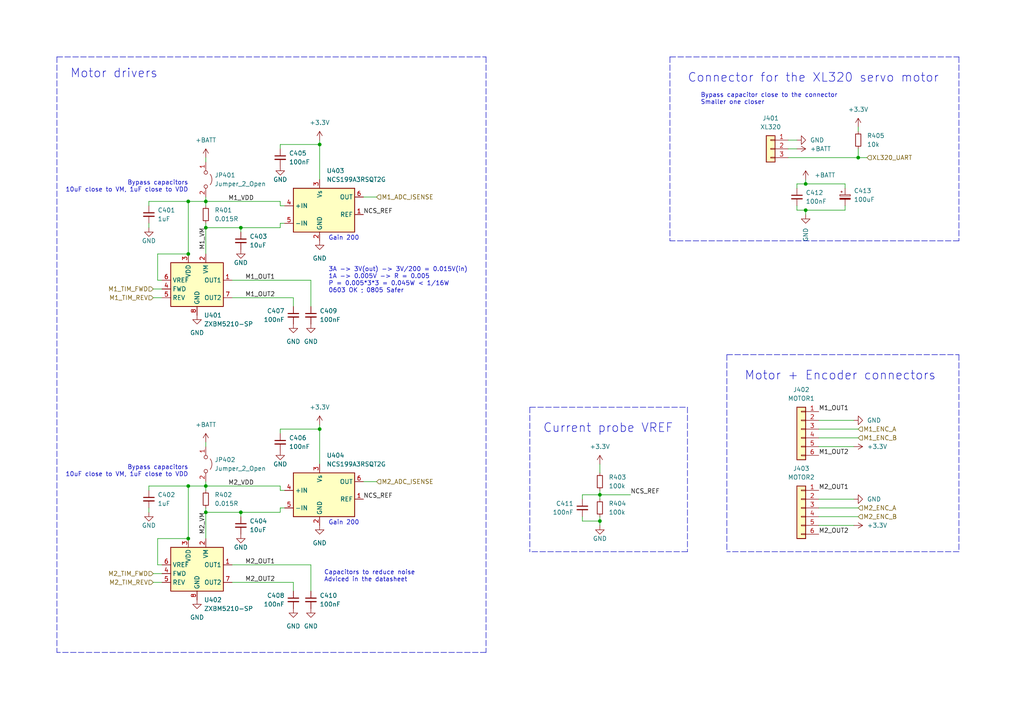
<source format=kicad_sch>
(kicad_sch (version 20211123) (generator eeschema)
  (paper "A4")
  (lib_symbols
    (symbol "Amplifier_Current:NCS210"
      (property "Reference" "U" (at -7.62 8.89 0))
      (property "Value" "NCS210" (at 2.54 8.89 0))
      (symbol "NCS210_0_1"
        (rectangle (start -7.62 7.62) (end 10.16 -5.08) (stroke (width 0.254)) (fill (type background)))
      )
      (symbol "NCS210_1_1"
        (pin input line (at 12.7 0 180) (length 2.54) (name "REF") (number "1"))
        (pin power_in line (at 0 -7.62 90) (length 2.54) (name "GND") (number "2"))
        (pin power_in line (at 0 10.16 270) (length 2.54) (name "Vs") (number "3"))
        (pin input line (at -10.16 2.54 0) (length 2.54) (name "+IN") (number "4"))
        (pin input line (at -10.16 -2.54 0) (length 2.54) (name "-IN") (number "5"))
        (pin output line (at 12.7 5.08 180) (length 2.54) (name "OUT") (number "6"))
      )
    )
    (symbol "Connector_Generic:Conn_01x03" (pin_names (offset 1.016) hide)
      (property "Reference" "J" (at 0 5.08 0))
      (property "Value" "Conn_01x03" (at 0 -5.08 0))
      (symbol "Conn_01x03_1_1"
        (rectangle (start -1.27 -2.413) (end 0 -2.667) (stroke (width 0.1524)))
        (rectangle (start -1.27 0.127) (end 0 -0.127) (stroke (width 0.1524)))
        (rectangle (start -1.27 2.667) (end 0 2.413) (stroke (width 0.1524)))
        (rectangle (start -1.27 3.81) (end 1.27 -3.81) (stroke (width 0.254)) (fill (type background)))
        (pin passive line (at -5.08 2.54 0) (length 3.81) (name "Pin_1") (number "1"))
        (pin passive line (at -5.08 0 0) (length 3.81) (name "Pin_2") (number "2"))
        (pin passive line (at -5.08 -2.54 0) (length 3.81) (name "Pin_3") (number "3"))
      )
    )
    (symbol "Connector_Generic:Conn_01x06" (pin_names (offset 1.016) hide)
      (property "Reference" "J" (at 0 7.62 0))
      (property "Value" "Conn_01x06" (at 0 -10.16 0))
      (symbol "Conn_01x06_1_1"
        (rectangle (start -1.27 -7.493) (end 0 -7.747) (stroke (width 0.1524)))
        (rectangle (start -1.27 -4.953) (end 0 -5.207) (stroke (width 0.1524)))
        (rectangle (start -1.27 -2.413) (end 0 -2.667) (stroke (width 0.1524)))
        (rectangle (start -1.27 0.127) (end 0 -0.127) (stroke (width 0.1524)))
        (rectangle (start -1.27 2.667) (end 0 2.413) (stroke (width 0.1524)))
        (rectangle (start -1.27 5.207) (end 0 4.953) (stroke (width 0.1524)))
        (rectangle (start -1.27 6.35) (end 1.27 -8.89) (stroke (width 0.254)) (fill (type background)))
        (pin passive line (at -5.08 5.08 0) (length 3.81) (name "Pin_1") (number "1"))
        (pin passive line (at -5.08 2.54 0) (length 3.81) (name "Pin_2") (number "2"))
        (pin passive line (at -5.08 0 0) (length 3.81) (name "Pin_3") (number "3"))
        (pin passive line (at -5.08 -2.54 0) (length 3.81) (name "Pin_4") (number "4"))
        (pin passive line (at -5.08 -5.08 0) (length 3.81) (name "Pin_5") (number "5"))
        (pin passive line (at -5.08 -7.62 0) (length 3.81) (name "Pin_6") (number "6"))
      )
    )
    (symbol "Device:C_Polarized_Small" (pin_numbers hide) (pin_names (offset 0.254) hide)
      (property "Reference" "C" (at 0.254 1.778 0))
      (property "Value" "C_Polarized_Small" (at 0.254 -2.032 0))
      (symbol "C_Polarized_Small_0_1"
        (rectangle (start -1.524 -0.3048) (end 1.524 -0.6858) (fill (type outline)))
        (rectangle (start -1.524 0.6858) (end 1.524 0.3048))
        (polyline (pts (xy -1.27 1.524) (xy -0.762 1.524)))
        (polyline (pts (xy -1.016 1.27) (xy -1.016 1.778)))
      )
      (symbol "C_Polarized_Small_1_1"
        (pin passive line (at 0 2.54 270) (length 1.8542) (name "~") (number "1"))
        (pin passive line (at 0 -2.54 90) (length 1.8542) (name "~") (number "2"))
      )
    )
    (symbol "Device:C_Small" (pin_numbers hide) (pin_names (offset 0.254) hide)
      (property "Reference" "C" (at 0.254 1.778 0))
      (property "Value" "C_Small" (at 0.254 -2.032 0))
      (symbol "C_Small_0_1"
        (polyline (pts (xy -1.524 -0.508) (xy 1.524 -0.508)) (stroke (width 0.3302)))
        (polyline (pts (xy -1.524 0.508) (xy 1.524 0.508)) (stroke (width 0.3048)))
      )
      (symbol "C_Small_1_1"
        (pin passive line (at 0 2.54 270) (length 2.032) (name "~") (number "1"))
        (pin passive line (at 0 -2.54 90) (length 2.032) (name "~") (number "2"))
      )
    )
    (symbol "Device:R_Small" (pin_numbers hide) (pin_names (offset 0.254) hide)
      (property "Reference" "R" (at 0.762 0.508 0))
      (property "Value" "R_Small" (at 0.762 -1.016 0))
      (symbol "R_Small_0_1"
        (rectangle (start -0.762 1.778) (end 0.762 -1.778) (stroke (width 0.2032)))
      )
      (symbol "R_Small_1_1"
        (pin passive line (at 0 2.54 270) (length 0.762) (name "~") (number "1"))
        (pin passive line (at 0 -2.54 90) (length 0.762) (name "~") (number "2"))
      )
    )
    (symbol "Driver_Motor:ZXBM5210-SP"
      (property "Reference" "U" (at -7.62 8.89 0))
      (property "Value" "ZXBM5210-SP" (at 10.16 8.89 0))
      (symbol "ZXBM5210-SP_0_0"
        (pin output line (at 10.16 2.54 180) (length 2.54) (name "OUT1") (number "1"))
        (pin power_in line (at 2.54 10.16 270) (length 2.54) (name "VM") (number "2"))
        (pin power_in line (at -2.54 10.16 270) (length 2.54) (name "VDD") (number "3"))
        (pin input line (at -10.16 0 0) (length 2.54) (name "FWD") (number "4"))
        (pin input line (at -10.16 -2.54 0) (length 2.54) (name "REV") (number "5"))
        (pin input line (at -10.16 2.54 0) (length 2.54) (name "VREF") (number "6"))
        (pin output line (at 10.16 -2.54 180) (length 2.54) (name "OUT2") (number "7"))
        (pin power_in line (at 0 -7.62 90) (length 2.54) (name "GND") (number "8"))
        (pin passive line (at 0 -7.62 90) (length 2.54) hide (name "GND") (number "9"))
      )
      (symbol "ZXBM5210-SP_0_1"
        (rectangle (start -7.62 7.62) (end 7.62 -5.08) (stroke (width 0.254)) (fill (type background)))
      )
    )
    (symbol "Jumper:Jumper_2_Open" (pin_names (offset 0) hide)
      (property "Reference" "JP" (at 0 2.794 0))
      (property "Value" "Jumper_2_Open" (at 0 -2.286 0))
      (symbol "Jumper_2_Open_0_0"
        (circle (center -2.032 0) (radius 0.508))
        (circle (center 2.032 0) (radius 0.508))
      )
      (symbol "Jumper_2_Open_0_1"
        (arc (start 1.524 1.27) (mid 0 1.778) (end -1.524 1.27))
      )
      (symbol "Jumper_2_Open_1_1"
        (pin passive line (at -5.08 0 0) (length 2.54) (name "A") (number "1"))
        (pin passive line (at 5.08 0 180) (length 2.54) (name "B") (number "2"))
      )
    )
    (symbol "power:+3.3V" (power) (pin_names (offset 0))
      (property "Value" "+3.3V" (at 0 3.556 0))
      (symbol "+3.3V_0_1"
        (polyline (pts (xy -0.762 1.27) (xy 0 2.54)))
        (polyline (pts (xy 0 0) (xy 0 2.54)))
        (polyline (pts (xy 0 2.54) (xy 0.762 1.27)))
      )
      (symbol "+3.3V_1_1"
        (pin power_in line (at 0 0 90) (length 0) hide (name "+3.3V") (number "1"))
      )
    )
    (symbol "power:+BATT" (power) (pin_names (offset 0))
      (property "Value" "+BATT" (at 0 3.556 0))
      (symbol "+BATT_0_1"
        (polyline (pts (xy -0.762 1.27) (xy 0 2.54)))
        (polyline (pts (xy 0 0) (xy 0 2.54)))
        (polyline (pts (xy 0 2.54) (xy 0.762 1.27)))
      )
      (symbol "+BATT_1_1"
        (pin power_in line (at 0 0 90) (length 0) hide (name "+BATT") (number "1"))
      )
    )
    (symbol "power:GND" (power) (pin_names (offset 0))
      (property "Value" "GND" (at 0 -3.81 0))
      (symbol "GND_0_1"
        (polyline (pts (xy 0 0) (xy 0 -1.27) (xy 1.27 -1.27) (xy 0 -2.54) (xy -1.27 -1.27) (xy 0 -1.27)))
      )
      (symbol "GND_1_1"
        (pin power_in line (at 0 0 270) (length 0) hide (name "GND") (number "1"))
      )
    )
  )
  (junction (at 59.69 66.04))
  (junction (at 173.99 151.13))
  (junction (at 54.61 58.42))
  (junction (at 248.92 45.72))
  (junction (at 69.85 66.04))
  (junction (at 59.69 140.97))
  (junction (at 54.61 73.66))
  (junction (at 54.61 156.21))
  (junction (at 59.69 148.59))
  (junction (at 173.99 143.51))
  (junction (at 233.68 60.96))
  (junction (at 92.71 41.91))
  (junction (at 233.68 53.34))
  (junction (at 92.71 124.46))
  (junction (at 69.85 148.59))
  (junction (at 59.69 58.42))
  (junction (at 54.61 140.97))
  (wire (pts (xy 45.72 163.83) (xy 46.99 163.83)))
  (wire (pts (xy 85.09 88.9) (xy 85.09 86.36)))
  (wire (pts (xy 59.69 148.59) (xy 69.85 148.59)))
  (wire (pts (xy 59.69 58.42) (xy 59.69 59.69)))
  (polyline (pts (xy 16.51 16.51) (xy 16.51 189.23)))
  (wire (pts (xy 54.61 73.66) (xy 45.72 73.66)))
  (wire (pts (xy 237.49 127) (xy 248.92 127)))
  (wire (pts (xy 90.17 88.9) (xy 90.17 81.28)))
  (wire (pts (xy 173.99 142.24) (xy 173.99 143.51)))
  (wire (pts (xy 231.14 60.96) (xy 233.68 60.96)))
  (wire (pts (xy 81.28 43.18) (xy 81.28 41.91)))
  (polyline (pts (xy 140.97 189.23) (xy 16.51 189.23)))
  (wire (pts (xy 59.69 66.04) (xy 59.69 73.66)))
  (wire (pts (xy 59.69 66.04) (xy 69.85 66.04)))
  (wire (pts (xy 231.14 53.34) (xy 233.68 53.34)))
  (wire (pts (xy 69.85 148.59) (xy 81.28 148.59)))
  (wire (pts (xy 81.28 124.46) (xy 92.71 124.46)))
  (wire (pts (xy 44.45 86.36) (xy 46.99 86.36)))
  (wire (pts (xy 228.6 45.72) (xy 248.92 45.72)))
  (polyline (pts (xy 278.13 102.87) (xy 278.13 160.02)))
  (wire (pts (xy 81.28 64.77) (xy 82.55 64.77)))
  (wire (pts (xy 168.91 143.51) (xy 173.99 143.51)))
  (wire (pts (xy 231.14 59.69) (xy 231.14 60.96)))
  (wire (pts (xy 233.68 52.07) (xy 233.68 53.34)))
  (wire (pts (xy 173.99 149.86) (xy 173.99 151.13)))
  (wire (pts (xy 67.31 168.91) (xy 85.09 168.91)))
  (wire (pts (xy 248.92 43.18) (xy 248.92 45.72)))
  (wire (pts (xy 81.28 66.04) (xy 81.28 64.77)))
  (wire (pts (xy 81.28 140.97) (xy 59.69 140.97)))
  (wire (pts (xy 173.99 151.13) (xy 173.99 152.4)))
  (wire (pts (xy 59.69 140.97) (xy 59.69 142.24)))
  (wire (pts (xy 90.17 171.45) (xy 90.17 163.83)))
  (wire (pts (xy 43.18 64.77) (xy 43.18 66.04)))
  (wire (pts (xy 59.69 147.32) (xy 59.69 148.59)))
  (wire (pts (xy 43.18 58.42) (xy 54.61 58.42)))
  (wire (pts (xy 173.99 151.13) (xy 168.91 151.13)))
  (wire (pts (xy 92.71 40.64) (xy 92.71 41.91)))
  (polyline (pts (xy 199.39 160.02) (xy 153.67 160.02)))
  (wire (pts (xy 43.18 142.24) (xy 43.18 140.97)))
  (wire (pts (xy 81.28 41.91) (xy 92.71 41.91)))
  (wire (pts (xy 92.71 123.19) (xy 92.71 124.46)))
  (polyline (pts (xy 16.51 16.51) (xy 140.97 16.51)))
  (wire (pts (xy 173.99 143.51) (xy 173.99 144.78)))
  (wire (pts (xy 228.6 40.64) (xy 231.14 40.64)))
  (wire (pts (xy 43.18 147.32) (xy 43.18 148.59)))
  (wire (pts (xy 168.91 151.13) (xy 168.91 149.86)))
  (wire (pts (xy 59.69 139.7) (xy 59.69 140.97)))
  (wire (pts (xy 44.45 83.82) (xy 46.99 83.82)))
  (wire (pts (xy 59.69 128.27) (xy 59.69 129.54)))
  (polyline (pts (xy 278.13 69.85) (xy 194.31 69.85)))
  (wire (pts (xy 45.72 81.28) (xy 46.99 81.28)))
  (wire (pts (xy 105.41 57.15) (xy 109.22 57.15)))
  (wire (pts (xy 173.99 134.62) (xy 173.99 137.16)))
  (wire (pts (xy 92.71 41.91) (xy 92.71 52.07)))
  (wire (pts (xy 81.28 142.24) (xy 81.28 140.97)))
  (polyline (pts (xy 153.67 118.11) (xy 199.39 118.11)))
  (wire (pts (xy 237.49 147.32) (xy 248.92 147.32)))
  (wire (pts (xy 81.28 58.42) (xy 59.69 58.42)))
  (wire (pts (xy 233.68 53.34) (xy 245.11 53.34)))
  (wire (pts (xy 85.09 171.45) (xy 85.09 168.91)))
  (wire (pts (xy 59.69 140.97) (xy 54.61 140.97)))
  (wire (pts (xy 237.49 149.86) (xy 248.92 149.86)))
  (wire (pts (xy 228.6 43.18) (xy 231.14 43.18)))
  (wire (pts (xy 237.49 124.46) (xy 248.92 124.46)))
  (polyline (pts (xy 199.39 118.11) (xy 199.39 160.02)))
  (wire (pts (xy 81.28 148.59) (xy 81.28 147.32)))
  (polyline (pts (xy 140.97 16.51) (xy 140.97 189.23)))
  (wire (pts (xy 59.69 58.42) (xy 54.61 58.42)))
  (wire (pts (xy 245.11 60.96) (xy 245.11 59.69)))
  (wire (pts (xy 43.18 140.97) (xy 54.61 140.97)))
  (wire (pts (xy 92.71 124.46) (xy 92.71 134.62)))
  (wire (pts (xy 245.11 53.34) (xy 245.11 54.61)))
  (wire (pts (xy 67.31 163.83) (xy 90.17 163.83)))
  (wire (pts (xy 237.49 152.4) (xy 247.65 152.4)))
  (polyline (pts (xy 194.31 16.51) (xy 278.13 16.51)))
  (polyline (pts (xy 210.82 102.87) (xy 278.13 102.87)))
  (wire (pts (xy 59.69 148.59) (xy 59.69 156.21)))
  (wire (pts (xy 69.85 66.04) (xy 69.85 67.31)))
  (polyline (pts (xy 278.13 160.02) (xy 210.82 160.02)))
  (wire (pts (xy 233.68 60.96) (xy 233.68 62.23)))
  (wire (pts (xy 81.28 59.69) (xy 81.28 58.42)))
  (wire (pts (xy 248.92 36.83) (xy 248.92 38.1)))
  (wire (pts (xy 233.68 60.96) (xy 245.11 60.96)))
  (wire (pts (xy 44.45 168.91) (xy 46.99 168.91)))
  (wire (pts (xy 59.69 64.77) (xy 59.69 66.04)))
  (wire (pts (xy 237.49 129.54) (xy 247.65 129.54)))
  (wire (pts (xy 45.72 156.21) (xy 45.72 163.83)))
  (wire (pts (xy 67.31 86.36) (xy 85.09 86.36)))
  (wire (pts (xy 69.85 148.59) (xy 69.85 149.86)))
  (wire (pts (xy 82.55 59.69) (xy 81.28 59.69)))
  (wire (pts (xy 59.69 57.15) (xy 59.69 58.42)))
  (wire (pts (xy 237.49 121.92) (xy 247.65 121.92)))
  (wire (pts (xy 81.28 147.32) (xy 82.55 147.32)))
  (wire (pts (xy 248.92 45.72) (xy 251.46 45.72)))
  (wire (pts (xy 231.14 54.61) (xy 231.14 53.34)))
  (wire (pts (xy 59.69 45.72) (xy 59.69 46.99)))
  (wire (pts (xy 45.72 73.66) (xy 45.72 81.28)))
  (wire (pts (xy 54.61 140.97) (xy 54.61 156.21)))
  (wire (pts (xy 43.18 59.69) (xy 43.18 58.42)))
  (polyline (pts (xy 278.13 16.51) (xy 278.13 69.85)))
  (wire (pts (xy 237.49 144.78) (xy 247.65 144.78)))
  (wire (pts (xy 44.45 166.37) (xy 46.99 166.37)))
  (wire (pts (xy 54.61 58.42) (xy 54.61 73.66)))
  (polyline (pts (xy 153.67 118.11) (xy 153.67 160.02)))
  (wire (pts (xy 105.41 139.7) (xy 109.22 139.7)))
  (wire (pts (xy 173.99 143.51) (xy 182.88 143.51)))
  (wire (pts (xy 67.31 81.28) (xy 90.17 81.28)))
  (polyline (pts (xy 210.82 102.87) (xy 210.82 160.02)))
  (wire (pts (xy 69.85 66.04) (xy 81.28 66.04)))
  (wire (pts (xy 82.55 142.24) (xy 81.28 142.24)))
  (wire (pts (xy 54.61 156.21) (xy 45.72 156.21)))
  (wire (pts (xy 81.28 125.73) (xy 81.28 124.46)))
  (wire (pts (xy 168.91 144.78) (xy 168.91 143.51)))
  (polyline (pts (xy 194.31 16.51) (xy 194.31 69.85)))
  (text "Bypass capacitor close to the connector\nSmaller one closer" (at 203.2 30.48 0) (effects (font (size 1.27 1.27)) (justify left bottom)))
  (text "Current probe VREF" (at 157.48 125.73 0) (effects (font (size 2.54 2.54)) (justify left bottom)))
  (text "Motor drivers" (at 20.32 22.86 0) (effects (font (size 2.54 2.54)) (justify left bottom)))
  (text "Gain 200" (at 95.25 69.85 0) (effects (font (size 1.27 1.27)) (justify left bottom)))
  (text "Gain 200" (at 95.25 152.4 0) (effects (font (size 1.27 1.27)) (justify left bottom)))
  (text "Bypass capacitors\n10uF close to VM, 1uF close to VDD" (at 54.61 55.88 180) (effects (font (size 1.27 1.27)) (justify right bottom)))
  (text "Connector for the XL320 servo motor\n" (at 199.39 24.13 0) (effects (font (size 2.54 2.54)) (justify left bottom)))
  (text "Bypass capacitors\n10uF close to VM, 1uF close to VDD" (at 54.61 138.43 180) (effects (font (size 1.27 1.27)) (justify right bottom)))
  (text "Capacitors to reduce noise\nAdviced in the datasheet" (at 93.98 168.91 0) (effects (font (size 1.27 1.27)) (justify left bottom)))
  (text "Motor + Encoder connectors" (at 215.9 110.49 0) (effects (font (size 2.54 2.54)) (justify left bottom)))
  (text "3A -> 3V(out) -> 3V/200 = 0.015V(in)\n1A -> 0.005V -> R = 0.005\nP = 0.005*3*3 = 0.045W < 1/16W\n0603 OK ; 0805 Safer" (at 95.25 85.09 0) (effects (font (size 1.27 1.27)) (justify left bottom)))
  (label "M1_VM" (at 59.69 72.39 90))
  (label "M2_VM" (at 59.69 154.94 90))
  (label "M2_OUT1" (at 237.49 142.24 0))
  (label "M1_OUT1" (at 71.12 81.28 0))
  (label "M2_OUT1" (at 71.12 163.83 0))
  (label "M2_VDD" (at 73.66 140.97 180))
  (label "NCS_REF" (at 105.41 62.23 0))
  (label "M1_OUT1" (at 237.49 119.38 0))
  (label "M1_OUT2" (at 71.12 86.36 0))
  (label "NCS_REF" (at 105.41 144.78 0))
  (label "M1_OUT2" (at 237.49 132.08 0))
  (label "NCS_REF" (at 182.88 143.51 0))
  (label "M1_VDD" (at 73.66 58.42 180))
  (label "M2_OUT2" (at 71.12 168.91 0))
  (label "M2_OUT2" (at 237.49 154.94 0))
  (hierarchical_label "XL320_UART" (shape input) (at 251.46 45.72 0))
  (hierarchical_label "M2_ADC_ISENSE" (shape input) (at 109.22 139.7 0))
  (hierarchical_label "M2_TIM_REV" (shape input) (at 44.45 168.91 180))
  (hierarchical_label "M1_TIM_FWD" (shape input) (at 44.45 83.82 180))
  (hierarchical_label "M1_TIM_REV" (shape input) (at 44.45 86.36 180))
  (hierarchical_label "M1_ADC_ISENSE" (shape input) (at 109.22 57.15 0))
  (hierarchical_label "M1_ENC_A" (shape input) (at 248.92 124.46 0))
  (hierarchical_label "M2_ENC_A" (shape input) (at 248.92 147.32 0))
  (hierarchical_label "M2_ENC_B" (shape input) (at 248.92 149.86 0))
  (hierarchical_label "M2_TIM_FWD" (shape input) (at 44.45 166.37 180))
  (hierarchical_label "M1_ENC_B" (shape input) (at 248.92 127 0))
  (symbol (lib_id "power:GND") (at 69.85 72.39 0) (unit 1)
    (property "Reference" "#PWR0407" (effects hide))
    (property "Value" "GND" (at 69.85 76.2 0))
  )
  (symbol (lib_id "Device:C_Small") (at 90.17 91.44 0) (unit 1)
    (property "Reference" "C409" (at 92.71 90.1762 0) (effects (justify left)))
    (property "Value" "100nF" (at 92.71 92.7162 0) (effects (justify left)))
    (property "Footprint" "Capacitor_SMD:C_0603_1608Metric_Pad1.08x0.95mm_HandSolder" (effects hide))
  )
  (symbol (lib_id "Device:C_Small") (at 231.14 57.15 0) (unit 1)
    (property "Reference" "C412" (at 233.68 55.8862 0) (effects (justify left)))
    (property "Value" "100nF" (at 233.68 58.4262 0) (effects (justify left)))
    (property "Footprint" "Capacitor_SMD:C_0603_1608Metric_Pad1.08x0.95mm_HandSolder" (effects hide))
  )
  (symbol (lib_id "power:GND") (at 81.28 130.81 0) (unit 1)
    (property "Reference" "#PWR0410" (effects hide))
    (property "Value" "GND" (at 81.28 134.62 0))
  )
  (symbol (lib_id "Device:C_Small") (at 168.91 147.32 0) (mirror y) (unit 1)
    (property "Reference" "C411" (at 166.37 146.0562 0) (effects (justify left)))
    (property "Value" "100nF" (at 166.37 148.5962 0) (effects (justify left)))
    (property "Footprint" "Capacitor_SMD:C_0603_1608Metric_Pad1.08x0.95mm_HandSolder" (effects hide))
  )
  (symbol (lib_id "Device:C_Small") (at 85.09 173.99 0) (unit 1)
    (property "Reference" "C408" (at 82.55 172.7262 0) (effects (justify right)))
    (property "Value" "100nF" (at 82.55 175.2662 0) (effects (justify right)))
    (property "Footprint" "Capacitor_SMD:C_0603_1608Metric_Pad1.08x0.95mm_HandSolder" (effects hide))
  )
  (symbol (lib_id "Device:C_Small") (at 69.85 69.85 0) (unit 1)
    (property "Reference" "C403" (at 72.39 68.5862 0) (effects (justify left)))
    (property "Value" "10uF" (at 72.39 71.1262 0) (effects (justify left)))
    (property "Footprint" "Capacitor_SMD:C_0603_1608Metric_Pad1.08x0.95mm_HandSolder" (effects hide))
    (property "Farnell" "2113070" (effects hide))
    (property "Footprint" "Capacitor_SMD:C_0603_1608Metric_Pad1.08x0.95mm_HandSolder" (effects hide))
    (property "Reference" "C6" (effects hide))
    (property "Value" "10uF" (effects hide))
  )
  (symbol (lib_id "power:GND") (at 90.17 93.98 0) (unit 1)
    (property "Reference" "#PWR0413" (effects hide))
    (property "Value" "GND" (at 90.17 99.06 0))
  )
  (symbol (lib_id "Device:C_Small") (at 69.85 152.4 0) (unit 1)
    (property "Reference" "C404" (at 72.39 151.1362 0) (effects (justify left)))
    (property "Value" "10uF" (at 72.39 153.6762 0) (effects (justify left)))
    (property "Footprint" "Capacitor_SMD:C_0603_1608Metric_Pad1.08x0.95mm_HandSolder" (effects hide))
    (property "Farnell" "2113070" (effects hide))
    (property "Footprint" "Capacitor_SMD:C_0603_1608Metric_Pad1.08x0.95mm_HandSolder" (effects hide))
    (property "Reference" "C6" (effects hide))
    (property "Value" "10uF" (effects hide))
  )
  (symbol (lib_id "Device:R_Small") (at 248.92 40.64 0) (unit 1)
    (property "Reference" "R405" (at 251.46 39.3699 0) (effects (justify left)))
    (property "Value" "10k" (at 251.46 41.9099 0) (effects (justify left)))
    (property "Footprint" "Resistor_SMD:R_0603_1608Metric_Pad0.98x0.95mm_HandSolder" (effects hide))
  )
  (symbol (lib_id "Connector_Generic:Conn_01x06") (at 232.41 124.46 0) (mirror y) (unit 1)
    (property "Reference" "J402" (at 232.41 113.03 0))
    (property "Value" "MOTOR1" (at 232.41 115.57 0))
    (property "Footprint" "Connector_JST:JST_XH_B6B-XH-A_1x06_P2.50mm_Vertical" (effects hide))
  )
  (symbol (lib_id "power:GND") (at 92.71 69.85 0) (unit 1)
    (property "Reference" "#PWR0416" (effects hide))
    (property "Value" "GND" (at 92.71 74.93 0))
  )
  (symbol (lib_id "Connector_Generic:Conn_01x03") (at 223.52 43.18 0) (mirror y) (unit 1)
    (property "Reference" "J401" (at 223.52 34.29 0))
    (property "Value" "XL320" (at 223.52 36.83 0))
    (property "Footprint" "Connector_JST:JST_XH_B3B-XH-A_1x03_P2.50mm_Vertical" (effects hide))
  )
  (symbol (lib_id "Device:R_Small") (at 173.99 147.32 0) (unit 1)
    (property "Reference" "R404" (at 176.53 146.0499 0) (effects (justify left)))
    (property "Value" "100k" (at 176.53 148.5899 0) (effects (justify left)))
    (property "Footprint" "Resistor_SMD:R_0603_1608Metric" (effects hide))
  )
  (symbol (lib_id "power:+BATT") (at 233.68 52.07 0) (unit 1)
    (property "Reference" "#PWR0423" (effects hide))
    (property "Value" "+BATT" (at 236.22 50.7999 0) (effects (justify left)))
  )
  (symbol (lib_id "Device:C_Polarized_Small") (at 245.11 57.15 0) (unit 1)
    (property "Reference" "C413" (at 247.65 55.3338 0) (effects (justify left)))
    (property "Value" "100uF" (at 247.65 57.8738 0) (effects (justify left)))
    (property "Footprint" "Capacitor_THT:CP_Radial_D6.3mm_P2.50mm" (effects hide))
  )
  (symbol (lib_id "power:+BATT") (at 59.69 45.72 0) (unit 1)
    (property "Reference" "#PWR0405" (effects hide))
    (property "Value" "+BATT" (at 59.69 40.64 0))
  )
  (symbol (lib_id "Device:R_Small") (at 59.69 62.23 0) (unit 1)
    (property "Reference" "R401" (at 62.23 60.9599 0) (effects (justify left)))
    (property "Value" "0.015R" (at 62.23 63.4999 0) (effects (justify left)))
    (property "Footprint" "Resistor_SMD:R_0805_2012Metric_Pad1.20x1.40mm_HandSolder" (effects hide))
  )
  (symbol (lib_id "power:+BATT") (at 231.14 43.18 270) (unit 1)
    (property "Reference" "#PWR0422" (effects hide))
    (property "Value" "+BATT" (at 234.95 43.1799 90) (effects (justify left)))
  )
  (symbol (lib_id "Driver_Motor:ZXBM5210-SP") (at 57.15 166.37 0) (unit 1)
    (property "Reference" "U402" (at 59.1694 173.99 0) (effects (justify left)))
    (property "Value" "ZXBM5210-SP" (at 59.1694 176.53 0) (effects (justify left)))
    (property "Footprint" "Package_SO:Diodes_SO-8EP" (effects hide))
    (property "Datasheet" "https://www.diodes.com/assets/Datasheets/ZXBM5210.pdf" (effects hide))
  )
  (symbol (lib_id "Connector_Generic:Conn_01x06") (at 232.41 147.32 0) (mirror y) (unit 1)
    (property "Reference" "J403" (at 232.41 135.89 0))
    (property "Value" "MOTOR2" (at 232.41 138.43 0))
    (property "Footprint" "Connector_JST:JST_XH_B6B-XH-A_1x06_P2.50mm_Vertical" (effects hide))
  )
  (symbol (lib_id "Device:R_Small") (at 59.69 144.78 0) (unit 1)
    (property "Reference" "R402" (at 62.23 143.5099 0) (effects (justify left)))
    (property "Value" "0.015R" (at 62.23 146.0499 0) (effects (justify left)))
    (property "Footprint" "Resistor_SMD:R_0805_2012Metric_Pad1.20x1.40mm_HandSolder" (effects hide))
  )
  (symbol (lib_id "power:GND") (at 69.85 154.94 0) (unit 1)
    (property "Reference" "#PWR0408" (effects hide))
    (property "Value" "GND" (at 69.85 158.75 0))
  )
  (symbol (lib_id "power:GND") (at 231.14 40.64 90) (unit 1)
    (property "Reference" "#PWR0421" (effects hide))
    (property "Value" "GND" (at 234.95 40.6399 90) (effects (justify right)))
  )
  (symbol (lib_id "power:GND") (at 57.15 173.99 0) (unit 1)
    (property "Reference" "#PWR0404" (effects hide))
    (property "Value" "GND" (at 57.15 179.07 0))
  )
  (symbol (lib_id "power:GND") (at 247.65 144.78 90) (unit 1)
    (property "Reference" "#PWR0427" (effects hide))
    (property "Value" "GND" (at 251.46 144.7799 90) (effects (justify right)))
  )
  (symbol (lib_id "Device:R_Small") (at 173.99 139.7 0) (unit 1)
    (property "Reference" "R403" (at 176.53 138.4299 0) (effects (justify left)))
    (property "Value" "100k" (at 176.53 140.9699 0) (effects (justify left)))
    (property "Footprint" "Resistor_SMD:R_0603_1608Metric" (effects hide))
  )
  (symbol (lib_id "power:GND") (at 85.09 176.53 0) (mirror y) (unit 1)
    (property "Reference" "#PWR0412" (effects hide))
    (property "Value" "GND" (at 85.09 181.61 0))
  )
  (symbol (lib_id "Device:C_Small") (at 85.09 91.44 0) (unit 1)
    (property "Reference" "C407" (at 82.55 90.1762 0) (effects (justify right)))
    (property "Value" "100nF" (at 82.55 92.7162 0) (effects (justify right)))
    (property "Footprint" "Capacitor_SMD:C_0603_1608Metric_Pad1.08x0.95mm_HandSolder" (effects hide))
  )
  (symbol (lib_id "power:GND") (at 233.68 62.23 0) (unit 1)
    (property "Reference" "#PWR0424" (effects hide))
    (property "Value" "~" (at 233.6801 66.04 90) (effects (justify right)))
  )
  (symbol (lib_id "power:+3.3V") (at 92.71 123.19 0) (unit 1)
    (property "Reference" "#PWR0107" (effects hide))
    (property "Value" "+3.3V" (at 92.71 118.11 0))
  )
  (symbol (lib_id "Device:C_Small") (at 81.28 45.72 0) (unit 1)
    (property "Reference" "C405" (at 83.82 44.4562 0) (effects (justify left)))
    (property "Value" "100nF" (at 83.82 46.9962 0) (effects (justify left)))
    (property "Footprint" "Capacitor_SMD:C_0603_1608Metric_Pad1.08x0.95mm_HandSolder" (effects hide))
  )
  (symbol (lib_id "power:+3.3V") (at 248.92 36.83 0) (unit 1)
    (property "Reference" "#PWR0104" (effects hide))
    (property "Value" "+3.3V" (at 248.92 31.75 0))
  )
  (symbol (lib_id "power:GND") (at 92.71 152.4 0) (unit 1)
    (property "Reference" "#PWR0418" (effects hide))
    (property "Value" "GND" (at 92.71 157.48 0))
  )
  (symbol (lib_id "Amplifier_Current:NCS210") (at 92.71 144.78 0) (unit 1)
    (property "Reference" "U404" (at 94.7294 132.08 0) (effects (justify left)))
    (property "Value" "NCS199A3RSQT2G" (at 94.7294 134.62 0) (effects (justify left)))
    (property "Footprint" "Package_TO_SOT_SMD:SOT-363_SC-70-6" (effects hide))
    (property "Farnell" "2981170" (effects hide))
  )
  (symbol (lib_id "power:GND") (at 57.15 91.44 0) (unit 1)
    (property "Reference" "#PWR0403" (effects hide))
    (property "Value" "GND" (at 57.15 96.52 0))
  )
  (symbol (lib_id "power:GND") (at 81.28 48.26 0) (unit 1)
    (property "Reference" "#PWR0409" (effects hide))
    (property "Value" "GND" (at 81.28 52.07 0))
  )
  (symbol (lib_id "power:+3.3V") (at 247.65 129.54 270) (unit 1)
    (property "Reference" "#PWR0103" (effects hide))
    (property "Value" "+3.3V" (at 251.46 129.5399 90) (effects (justify left)))
  )
  (symbol (lib_id "Device:C_Small") (at 90.17 173.99 0) (unit 1)
    (property "Reference" "C410" (at 92.71 172.7262 0) (effects (justify left)))
    (property "Value" "100nF" (at 92.71 175.2662 0) (effects (justify left)))
    (property "Footprint" "Capacitor_SMD:C_0603_1608Metric_Pad1.08x0.95mm_HandSolder" (effects hide))
  )
  (symbol (lib_id "power:GND") (at 85.09 93.98 0) (mirror y) (unit 1)
    (property "Reference" "#PWR0411" (effects hide))
    (property "Value" "GND" (at 85.09 99.06 0))
  )
  (symbol (lib_id "power:GND") (at 173.99 152.4 0) (unit 1)
    (property "Reference" "#PWR0420" (effects hide))
    (property "Value" "GND" (at 173.99 156.21 0))
  )
  (symbol (lib_id "Device:C_Small") (at 43.18 62.23 0) (unit 1)
    (property "Reference" "C401" (at 45.72 60.9662 0) (effects (justify left)))
    (property "Value" "1uF" (at 45.72 63.5062 0) (effects (justify left)))
    (property "Footprint" "Capacitor_SMD:C_0603_1608Metric_Pad1.08x0.95mm_HandSolder" (effects hide))
  )
  (symbol (lib_id "power:+3.3V") (at 247.65 152.4 270) (unit 1)
    (property "Reference" "#PWR0102" (effects hide))
    (property "Value" "+3.3V" (at 251.46 152.3999 90) (effects (justify left)))
  )
  (symbol (lib_id "Jumper:Jumper_2_Open") (at 59.69 134.62 270) (unit 1)
    (property "Reference" "JP402" (at 62.23 133.3499 90) (effects (justify left)))
    (property "Value" "Jumper_2_Open" (at 62.23 135.8899 90) (effects (justify left)))
    (property "Footprint" "Connector_PinHeader_2.54mm:PinHeader_1x02_P2.54mm_Vertical" (effects hide))
  )
  (symbol (lib_id "Device:C_Small") (at 81.28 128.27 0) (unit 1)
    (property "Reference" "C406" (at 83.82 127.0062 0) (effects (justify left)))
    (property "Value" "100nF" (at 83.82 129.5462 0) (effects (justify left)))
    (property "Footprint" "Capacitor_SMD:C_0603_1608Metric_Pad1.08x0.95mm_HandSolder" (effects hide))
  )
  (symbol (lib_id "Device:C_Small") (at 43.18 144.78 0) (unit 1)
    (property "Reference" "C402" (at 45.72 143.5162 0) (effects (justify left)))
    (property "Value" "1uF" (at 45.72 146.0562 0) (effects (justify left)))
    (property "Footprint" "Capacitor_SMD:C_0603_1608Metric_Pad1.08x0.95mm_HandSolder" (effects hide))
  )
  (symbol (lib_id "power:+3.3V") (at 92.71 40.64 0) (unit 1)
    (property "Reference" "#PWR0105" (effects hide))
    (property "Value" "+3.3V" (at 92.71 35.56 0))
  )
  (symbol (lib_id "power:+3.3V") (at 173.99 134.62 0) (unit 1)
    (property "Reference" "#PWR0106" (effects hide))
    (property "Value" "+3.3V" (at 173.99 129.54 0))
  )
  (symbol (lib_id "power:GND") (at 43.18 148.59 0) (unit 1)
    (property "Reference" "#PWR0402" (effects hide))
    (property "Value" "GND" (at 43.18 152.4 0))
  )
  (symbol (lib_id "power:GND") (at 247.65 121.92 90) (unit 1)
    (property "Reference" "#PWR0425" (effects hide))
    (property "Value" "GND" (at 251.46 121.9199 90) (effects (justify right)))
  )
  (symbol (lib_id "Driver_Motor:ZXBM5210-SP") (at 57.15 83.82 0) (unit 1)
    (property "Reference" "U401" (at 59.1694 91.44 0) (effects (justify left)))
    (property "Value" "ZXBM5210-SP" (at 59.1694 93.98 0) (effects (justify left)))
    (property "Footprint" "Package_SO:Diodes_SO-8EP" (effects hide))
    (property "Datasheet" "https://www.diodes.com/assets/Datasheets/ZXBM5210.pdf" (effects hide))
  )
  (symbol (lib_id "power:+BATT") (at 59.69 128.27 0) (unit 1)
    (property "Reference" "#PWR0406" (effects hide))
    (property "Value" "+BATT" (at 59.69 123.19 0))
  )
  (symbol (lib_id "power:GND") (at 43.18 66.04 0) (unit 1)
    (property "Reference" "#PWR0401" (effects hide))
    (property "Value" "GND" (at 43.18 69.85 0))
  )
  (symbol (lib_id "power:GND") (at 90.17 176.53 0) (unit 1)
    (property "Reference" "#PWR0414" (effects hide))
    (property "Value" "GND" (at 90.17 181.61 0))
  )
  (symbol (lib_id "Amplifier_Current:NCS210") (at 92.71 62.23 0) (unit 1)
    (property "Reference" "U403" (at 94.7294 49.53 0) (effects (justify left)))
    (property "Value" "NCS199A3RSQT2G" (at 94.7294 52.07 0) (effects (justify left)))
    (property "Footprint" "Package_TO_SOT_SMD:SOT-363_SC-70-6" (effects hide))
    (property "Farnell" "2981170" (effects hide))
  )
  (symbol (lib_id "Jumper:Jumper_2_Open") (at 59.69 52.07 270) (unit 1)
    (property "Reference" "JP401" (at 62.23 50.7999 90) (effects (justify left)))
    (property "Value" "Jumper_2_Open" (at 62.23 53.3399 90) (effects (justify left)))
    (property "Footprint" "Connector_PinHeader_2.54mm:PinHeader_1x02_P2.54mm_Vertical" (effects hide))
  )
)
</source>
